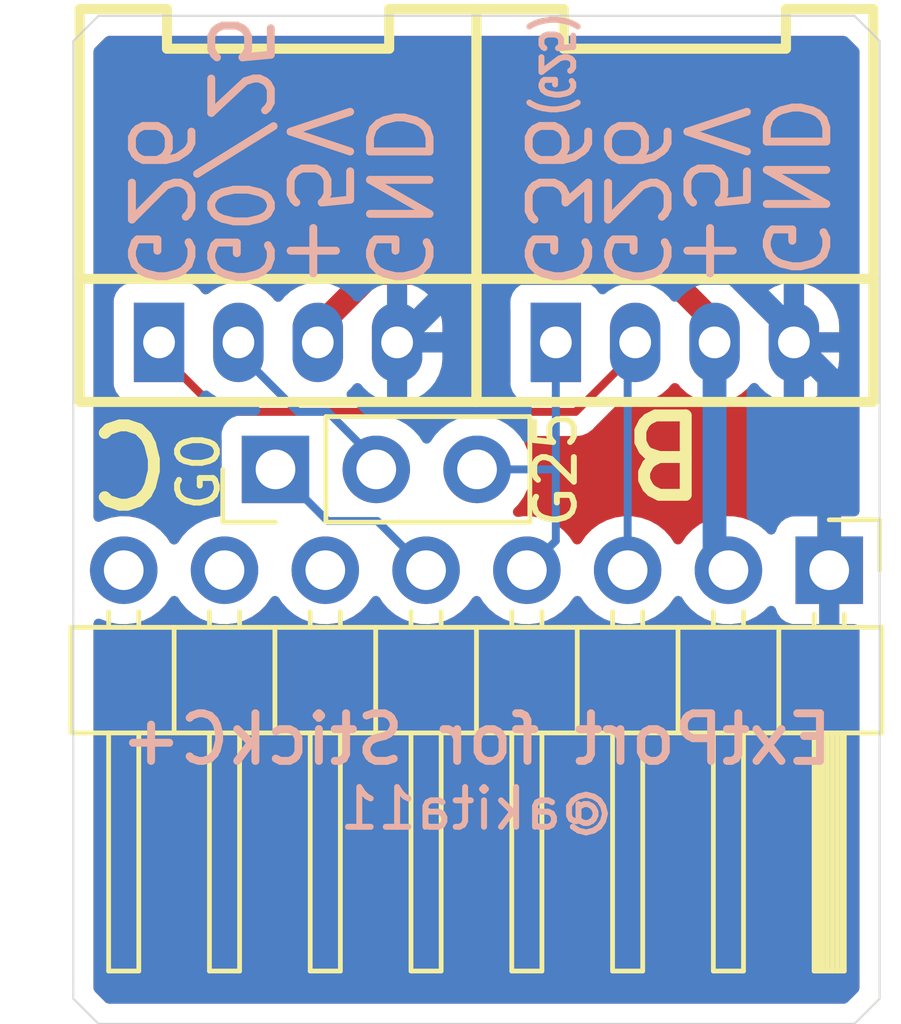
<source format=kicad_pcb>
(kicad_pcb (version 20211014) (generator pcbnew)
  (layers (0 "F.Cu" signal) (31 "B.Cu" signal) (34 "B.Paste" user) (35 "F.Paste" user) (36 "B.SilkS" user "B.Silkscreen") (37 "F.SilkS" user "F.Silkscreen") (38 "B.Mask" user) (39 "F.Mask" user) (44 "Edge.Cuts" user))
  (net 0 "")
  (net 1 "+3V3")
  (net 2 "GND")
  (net 3 "/G25")
  (net 4 "+5V")
  (net 7 "/G26")
  (net 8 "/C2")
  (net 9 "/G0")
  (footprint "Connector_PinHeader_2.54mm:PinHeader_1x08_P2.54mm_Horizontal" (layer "F.Cu") (at 8.89 15.24 -90)
    (fp_text reference "J2" hide)
    (fp_text value "Conn_01x08")
    (fp_line (start 1.042929 13.08) (end 1.44 13.08) (layer "F.SilkS") (width 0.12))
    (fp_line (start 10.1 13.08) (end 4.1 13.08) (layer "F.SilkS") (width 0.12))
    (fp_line (start 1.44 6.35) (end 4.1 6.35) (layer "F.SilkS") (width 0.12))
    (fp_line (start 1.042929 4.7) (end 1.44 4.7) (layer "F.SilkS") (width 0.12))
    (fp_line (start 4.1 -0.38) (end 10.1 -0.38) (layer "F.SilkS") (width 0.12))
    (fp_line (start 1.44 11.43) (end 4.1 11.43) (layer "F.SilkS") (width 0.12))
    (fp_line (start 1.11 -0.38) (end 1.44 -0.38) (layer "F.SilkS") (width 0.12))
    (fp_line (start 1.042929 18.16) (end 1.44 18.16) (layer "F.SilkS") (width 0.12))
    (fp_line (start 1.042929 14.86) (end 1.44 14.86) (layer "F.SilkS") (width 0.12))
    (fp_line (start 10.1 2.16) (end 10.1 2.92) (layer "F.SilkS") (width 0.12))
    (fp_line (start 4.1 7.24) (end 10.1 7.24) (layer "F.SilkS") (width 0.12))
    (fp_line (start 1.44 3.81) (end 4.1 3.81) (layer "F.SilkS") (width 0.12))
    (fp_line (start 1.042929 10.54) (end 1.44 10.54) (layer "F.SilkS") (width 0.12))
    (fp_line (start 10.1 10.54) (end 4.1 10.54) (layer "F.SilkS") (width 0.12))
    (fp_line (start 1.44 -1.33) (end 1.44 19.11) (layer "F.SilkS") (width 0.12))
    (fp_line (start 10.1 5.46) (end 4.1 5.46) (layer "F.SilkS") (width 0.12))
    (fp_line (start 1.042929 2.92) (end 1.44 2.92) (layer "F.SilkS") (width 0.12))
    (fp_line (start 4.1 12.32) (end 10.1 12.32) (layer "F.SilkS") (width 0.12))
    (fp_line (start 4.1 14.86) (end 10.1 14.86) (layer "F.SilkS") (width 0.12))
    (fp_line (start 4.1 4.7) (end 10.1 4.7) (layer "F.SilkS") (width 0.12))
    (fp_line (start 4.1 17.4) (end 10.1 17.4) (layer "F.SilkS") (width 0.12))
    (fp_line (start -1.27 -1.27) (end 0 -1.27) (layer "F.SilkS") (width 0.12))
    (fp_line (start -1.27 0) (end -1.27 -1.27) (layer "F.SilkS") (width 0.12))
    (fp_line (start 1.042929 2.16) (end 1.44 2.16) (layer "F.SilkS") (width 0.12))
    (fp_line (start 1.44 16.51) (end 4.1 16.51) (layer "F.SilkS") (width 0.12))
    (fp_line (start 4.1 0.28) (end 10.1 0.28) (layer "F.SilkS") (width 0.12))
    (fp_line (start 1.44 13.97) (end 4.1 13.97) (layer "F.SilkS") (width 0.12))
    (fp_line (start 1.11 0.38) (end 1.44 0.38) (layer "F.SilkS") (width 0.12))
    (fp_line (start 10.1 -0.38) (end 10.1 0.38) (layer "F.SilkS") (width 0.12))
    (fp_line (start 10.1 18.16) (end 4.1 18.16) (layer "F.SilkS") (width 0.12))
    (fp_line (start 4.1 -0.32) (end 10.1 -0.32) (layer "F.SilkS") (width 0.12))
    (fp_line (start 10.1 14.86) (end 10.1 15.62) (layer "F.SilkS") (width 0.12))
    (fp_line (start 1.042929 9.78) (end 1.44 9.78) (layer "F.SilkS") (width 0.12))
    (fp_line (start 10.1 2.92) (end 4.1 2.92) (layer "F.SilkS") (width 0.12))
    (fp_line (start 4.1 2.16) (end 10.1 2.16) (layer "F.SilkS") (width 0.12))
    (fp_line (start 1.042929 12.32) (end 1.44 12.32) (layer "F.SilkS") (width 0.12))
    (fp_line (start 4.1 19.11) (end 4.1 -1.33) (layer "F.SilkS") (width 0.12))
    (fp_line (start 1.042929 17.4) (end 1.44 17.4) (layer "F.SilkS") (width 0.12))
    (fp_line (start 10.1 15.62) (end 4.1 15.62) (layer "F.SilkS") (width 0.12))
    (fp_line (start 4.1 0.04) (end 10.1 0.04) (layer "F.SilkS") (width 0.12))
    (fp_line (start 4.1 0.16) (end 10.1 0.16) (layer "F.SilkS") (width 0.12))
    (fp_line (start 1.042929 5.46) (end 1.44 5.46) (layer "F.SilkS") (width 0.12))
    (fp_line (start 10.1 9.78) (end 10.1 10.54) (layer "F.SilkS") (width 0.12))
    (fp_line (start 4.1 9.78) (end 10.1 9.78) (layer "F.SilkS") (width 0.12))
    (fp_line (start 1.44 19.11) (end 4.1 19.11) (layer "F.SilkS") (width 0.12))
    (fp_line (start 1.042929 15.62) (end 1.44 15.62) (layer "F.SilkS") (width 0.12))
    (fp_line (start 1.042929 8) (end 1.44 8) (layer "F.SilkS") (width 0.12))
    (fp_line (start 10.1 12.32) (end 10.1 13.08) (layer "F.SilkS") (width 0.12))
    (fp_line (start 10.1 8) (end 4.1 8) (layer "F.SilkS") (width 0.12))
    (fp_line (start 10.1 7.24) (end 10.1 8) (layer "F.SilkS") (width 0.12))
    (fp_line (start 1.042929 7.24) (end 1.44 7.24) (layer "F.SilkS") (width 0.12))
    (fp_line (start 1.44 1.27) (end 4.1 1.27) (layer "F.SilkS") (width 0.12))
    (fp_line (start 4.1 -0.08) (end 10.1 -0.08) (layer "F.SilkS") (width 0.12))
    (fp_line (start 4.1 -0.2) (end 10.1 -0.2) (layer "F.SilkS") (width 0.12))
    (fp_line (start 4.1 -1.33) (end 1.44 -1.33) (layer "F.SilkS") (width 0.12))
    (fp_line (start 10.1 0.38) (end 4.1 0.38) (layer "F.SilkS") (width 0.12))
    (fp_line (start 1.44 8.89) (end 4.1 8.89) (layer "F.SilkS") (width 0.12))
    (fp_line (start 10.1 17.4) (end 10.1 18.16) (layer "F.SilkS") (width 0.12))
    (fp_line (start 10.1 4.7) (end 10.1 5.46) (layer "F.SilkS") (width 0.12))
    (pad "1" thru_hole rect locked (at 0 0 270) (size 1.7 1.7) (drill 1) (layers *.Cu *.Mask) (net 2 "GND"))
    (pad "2" thru_hole oval locked (at 0 2.54 270) (size 1.7 1.7) (drill 1) (layers *.Cu *.Mask) (net 4 "+5V"))
    (pad "3" thru_hole oval locked (at 0 5.08 270) (size 1.7 1.7) (drill 1) (layers *.Cu *.Mask) (net 7 "/G26"))
    (pad "4" thru_hole oval locked (at 0 7.62 270) (size 1.7 1.7) (drill 1) (layers *.Cu *.Mask) (net 3 "/G25"))
    (pad "5" thru_hole oval locked (at 0 10.16 270) (size 1.7 1.7) (drill 1) (layers *.Cu *.Mask) (net 9 "/G0"))
    (pad "6" thru_hole oval locked (at 0 12.7 270) (size 1.7 1.7) (drill 1) (layers *.Cu *.Mask))
    (pad "7" thru_hole oval locked (at 0 15.24 270) (size 1.7 1.7) (drill 1) (layers *.Cu *.Mask) (net 1 "+3V3"))
    (pad "8" thru_hole oval locked (at 0 17.78 270) (size 1.7 1.7) (drill 1) (layers *.Cu *.Mask))
  )
  (footprint "akita:CON_GROVE_H_roundPad" (layer "F.Cu") (at -5 9.5)
    (fp_text reference "CN2" hide)
    (fp_text value "CON_GROVE")
    (fp_line (start -2.8 -8.4) (end -2.8 -7.4) (layer "F.SilkS") (width 0.254))
    (fp_line (start 2.8 -8.4) (end 5 -8.4) (layer "F.SilkS") (width 0.254))
    (fp_line (start -5 -1.6) (end 5 -1.6) (layer "F.SilkS") (width 0.254))
    (fp_line (start -5 -8.4) (end -5 -1.6) (layer "F.SilkS") (width 0.254))
    (fp_line (start -5 -1) (end -5 1) (layer "F.SilkS") (width 0.127))
    (fp_line (start -5 -8.4) (end -2.8 -8.4) (layer "F.SilkS") (width 0.254))
    (fp_line (start 5 1.5) (end 5 -1.6) (layer "F.SilkS") (width 0.254))
    (fp_line (start 2.8 -7.4) (end 2.8 -8.4) (layer "F.SilkS") (width 0.254))
    (fp_line (start -5 1.5) (end 5 1.5) (layer "F.SilkS") (width 0.254))
    (fp_line (start -5 -1.6) (end -5 1.5) (layer "F.SilkS") (width 0.254))
    (fp_line (start 5 -1.6) (end 5 -8.4) (layer "F.SilkS") (width 0.254))
    (fp_line (start -2.8 -7.4) (end 2.8 -7.4) (layer "F.SilkS") (width 0.254))
    (pad "1" thru_hole rect (at -3 0) (size 1.27 2) (drill 0.8) (layers *.Cu *.Mask) (net 7 "/G26"))
    (pad "2" thru_hole oval (at -1 0) (size 1.27 2) (drill 0.8) (layers *.Cu *.Mask) (net 8 "/C2"))
    (pad "3" thru_hole oval (at 1 0) (size 1.27 2) (drill 0.8) (layers *.Cu *.Mask) (net 4 "+5V"))
    (pad "4" thru_hole oval (at 3 0) (size 1.27 2) (drill 0.8) (layers *.Cu *.Mask) (net 2 "GND"))
  )
  (footprint "akita:CON_GROVE_H_roundPad" (layer "F.Cu") (at 5 9.5)
    (fp_text reference "CN1" hide)
    (fp_text value "CON_GROVE")
    (fp_line (start 5 -1.6) (end 5 -8.4) (layer "F.SilkS") (width 0.254))
    (fp_line (start -5 -8.4) (end -5 -1.6) (layer "F.SilkS") (width 0.254))
    (fp_line (start -5 -8.4) (end -2.8 -8.4) (layer "F.SilkS") (width 0.254))
    (fp_line (start 5 1.5) (end 5 -1.6) (layer "F.SilkS") (width 0.254))
    (fp_line (start -2.8 -8.4) (end -2.8 -7.4) (layer "F.SilkS") (width 0.254))
    (fp_line (start -5 -1.6) (end -5 1.5) (layer "F.SilkS") (width 0.254))
    (fp_line (start 2.8 -8.4) (end 5 -8.4) (layer "F.SilkS") (width 0.254))
    (fp_line (start -5 1.5) (end 5 1.5) (layer "F.SilkS") (width 0.254))
    (fp_line (start -5 -1.6) (end 5 -1.6) (layer "F.SilkS") (width 0.254))
    (fp_line (start 2.8 -7.4) (end 2.8 -8.4) (layer "F.SilkS") (width 0.254))
    (fp_line (start -2.8 -7.4) (end 2.8 -7.4) (layer "F.SilkS") (width 0.254))
    (fp_line (start -5 -1) (end -5 1) (layer "F.SilkS") (width 0.127))
    (pad "1" thru_hole rect (at -3 0) (size 1.27 2) (drill 0.8) (layers *.Cu *.Mask) (net 3 "/G25"))
    (pad "2" thru_hole oval (at -1 0) (size 1.27 2) (drill 0.8) (layers *.Cu *.Mask) (net 7 "/G26"))
    (pad "3" thru_hole oval (at 1 0) (size 1.27 2) (drill 0.8) (layers *.Cu *.Mask) (net 4 "+5V"))
    (pad "4" thru_hole oval (at 3 0) (size 1.27 2) (drill 0.8) (layers *.Cu *.Mask) (net 2 "GND"))
  )
  (footprint "Connector_PinHeader_2.54mm:PinHeader_1x03_P2.54mm_Vertical" (layer "F.Cu") (at -5.065 12.7 90)
    (fp_text reference "J1" hide)
    (fp_text value "Conn_01x03")
    (fp_line (start -1.33 1.27) (end -1.33 6.41) (layer "F.SilkS") (width 0.12))
    (fp_line (start 1.33 1.27) (end 1.33 6.41) (layer "F.SilkS") (width 0.12))
    (fp_line (start -1.33 0) (end -1.33 -1.33) (layer "F.SilkS") (width 0.12))
    (fp_line (start -1.33 6.41) (end 1.33 6.41) (layer "F.SilkS") (width 0.12))
    (fp_line (start -1.33 -1.33) (end 0 -1.33) (layer "F.SilkS") (width 0.12))
    (fp_line (start -1.33 1.27) (end 1.33 1.27) (layer "F.SilkS") (width 0.12))
    (pad "1" thru_hole rect locked (at 0 0 90) (size 1.7 1.7) (drill 1) (layers *.Cu *.Mask) (net 9 "/G0"))
    (pad "2" thru_hole oval locked (at 0 2.54 90) (size 1.7 1.7) (drill 1) (layers *.Cu *.Mask) (net 8 "/C2"))
    (pad "3" thru_hole oval locked (at 0 5.08 90) (size 1.7 1.7) (drill 1) (layers *.Cu *.Mask) (net 3 "/G25"))
  )
  (gr_line (start -9.525 26.67) (end -10.16 26.035) (layer "Edge.Cuts") (width 0.05))
  (gr_line (start -9.525 26.67) (end 9.525 26.67) (layer "Edge.Cuts") (width 0.05))
  (gr_line (start 9.525 26.67) (end 10.16 26.035) (layer "Edge.Cuts") (width 0.05))
  (gr_line (start 9.525 1.27) (end -9.525 1.27) (layer "Edge.Cuts") (width 0.05))
  (gr_line (start -10.16 1.905) (end -9.525 1.27) (layer "Edge.Cuts") (width 0.05))
  (gr_line (start 10.16 26.035) (end 10.16 1.905) (layer "Edge.Cuts") (width 0.05))
  (gr_line (start -10.16 1.905) (end -10.16 26.035) (layer "Edge.Cuts") (width 0.05))
  (gr_line (start 9.525 1.27) (end 10.16 1.905) (layer "Edge.Cuts") (width 0.05))
  (gr_text "+5V" (at 6 8.25 270) (layer "B.SilkS") (effects (font (size 1.5 1.5) (thickness 0.2)) (justify left mirror)))
  (gr_text "+5V" (at -4 8.25 270) (layer "B.SilkS") (effects (font (size 1.5 1.5) (thickness 0.2)) (justify left mirror)))
  (gr_text "G26" (at -8 8.25 270) (layer "B.SilkS") (effects (font (size 1.5 1.5) (thickness 0.2)) (justify left mirror)))
  (gr_text "G26" (at 4 8.25 270) (layer "B.SilkS") (effects (font (size 1.5 1.5) (thickness 0.2)) (justify left mirror)))
  (gr_text "G0/25" (at -6 8.25 270) (layer "B.SilkS") (effects (font (size 1.5 1.4) (thickness 0.2)) (justify left mirror)))
  (gr_text "G36" (at 2 8.25 270) (layer "B.SilkS") (effects (font (size 1.5 1.5) (thickness 0.2)) (justify left mirror)))
  (gr_text "GND" (at 8 8 270) (layer "B.SilkS") (effects (font (size 1.5 1.5) (thickness 0.2)) (justify left mirror)))
  (gr_text "@akita11" (at 0 21.25) (layer "B.SilkS") (effects (font (size 1 1)) (justify mirror)))
  (gr_text "(G25)" (at 2 2.5 270) (layer "B.SilkS") (effects (font (size 0.8 0.6)) (justify mirror)))
  (gr_text "ExtPort for StickC+" (at 0 19.5) (layer "B.SilkS") (effects (font (size 1.2 1.2) (thickness 0.2)) (justify mirror)))
  (gr_text "GND" (at -2 8.25 270) (layer "B.SilkS") (effects (font (size 1.5 1.5) (thickness 0.2)) (justify left mirror)))
  (gr_text "G0" (at -7 12.75 90) (layer "F.SilkS") (effects (font (size 1 1))))
  (gr_text "G25" (at 2 12.7 90) (layer "F.SilkS") (effects (font (size 1 1))))
  (gr_text "C" (at -8.75 12.5 180) (layer "F.SilkS") (effects (font (size 2 2) (thickness 0.3))))
  (gr_text "B" (at 4.75 12.25 180) (layer "F.SilkS") (effects (font (size 2 2) (thickness 0.3))))
  (segment (start 6.5 7.75) (end 8 9.25) (width 0.6) (layer "B.Cu") (net 2))
  (segment (start 8.89 15.24) (end 8.89 10.39) (width 0.6) (layer "B.Cu") (net 2))
  (segment (start -0.25 7.75) (end 6.5 7.75) (width 0.6) (layer "B.Cu") (net 2))
  (segment (start -2 9.5) (end -0.25 7.75) (width 0.6) (layer "B.Cu") (net 2))
  (segment (start 8.89 10.39) (end 8 9.5) (width 0.6) (layer "B.Cu") (net 2))
  (segment (start 0.015 12.7) (end 1.95 12.7) (width 0.2) (layer "B.Cu") (net 3))
  (segment (start 2 9.5) (end 2 12.75) (width 0.2) (layer "B.Cu") (net 3))
  (segment (start 1.95 12.7) (end 2 12.75) (width 0.2) (layer "B.Cu") (net 3))
  (segment (start 2 14.5) (end 1.25 15.25) (width 0.2) (layer "B.Cu") (net 3))
  (segment (start 2 12.75) (end 2 14.5) (width 0.2) (layer "B.Cu") (net 3))
  (segment (start -4 9.125) (end -4 9.5) (width 0.6) (layer "F.Cu") (net 4))
  (segment (start 6 9.5) (end 6 9) (width 0.6) (layer "F.Cu") (net 4))
  (segment (start 4.75 7.75) (end -2.625 7.75) (width 0.6) (layer "F.Cu") (net 4))
  (segment (start 6 9) (end 4.75 7.75) (width 0.6) (layer "F.Cu") (net 4))
  (segment (start -2.625 7.75) (end -4 9.125) (width 0.6) (layer "F.Cu") (net 4))
  (segment (start 6 15) (end 6.25 15.25) (width 0.6) (layer "B.Cu") (net 4))
  (segment (start 6 9.5) (end 6 15) (width 0.6) (layer "B.Cu") (net 4))
  (segment (start 2.5 11.25) (end 4 9.75) (width 0.2) (layer "F.Cu") (net 7))
  (segment (start -6.5 11.25) (end 2.5 11.25) (width 0.2) (layer "F.Cu") (net 7))
  (segment (start -8 9.75) (end -6.5 11.25) (width 0.2) (layer "F.Cu") (net 7))
  (segment (start -8 9.5) (end -8 9.75) (width 0.2) (layer "F.Cu") (net 7))
  (segment (start 4 9.75) (end 4 9.5) (width 0.2) (layer "F.Cu") (net 7))
  (segment (start 3.81 9.69) (end 4 9.5) (width 0.2) (layer "B.Cu") (net 7))
  (segment (start 3.81 15.24) (end 3.81 9.69) (width 0.2) (layer "B.Cu") (net 7))
  (segment (start -6 9.75) (end -4.5 11.25) (width 0.2) (layer "B.Cu") (net 8))
  (segment (start -6 9.5) (end -6 9.75) (width 0.2) (layer "B.Cu") (net 8))
  (segment (start -4.5 11.25) (end -3.75 11.25) (width 0.2) (layer "B.Cu") (net 8))
  (segment (start -3.75 11.25) (end -2.5 12.5) (width 0.2) (layer "B.Cu") (net 8))
  (segment (start -5.065 12.7) (end -5.05 12.7) (width 0.2) (layer "B.Cu") (net 9))
  (segment (start -5.05 12.7) (end -3.75 14) (width 0.2) (layer "B.Cu") (net 9))
  (segment (start -2.5 14) (end -1.25 15.25) (width 0.2) (layer "B.Cu") (net 9))
  (segment (start -3.75 14) (end -2.5 14) (width 0.2) (layer "B.Cu") (net 9))
  (zone (net 2) (net_name "GND") (layers F&B.Cu) (connect_pads (clearance 0.508)) (min_thickness 0.254) (fill yes (thermal_gap 0.508) (thermal_bridge_width 0.508))
    (polygon (pts (xy 10.16 26.67) (xy -10.16 26.67) (xy -10.16 1.27) (xy 10.16 1.27)))
  )
)
</source>
